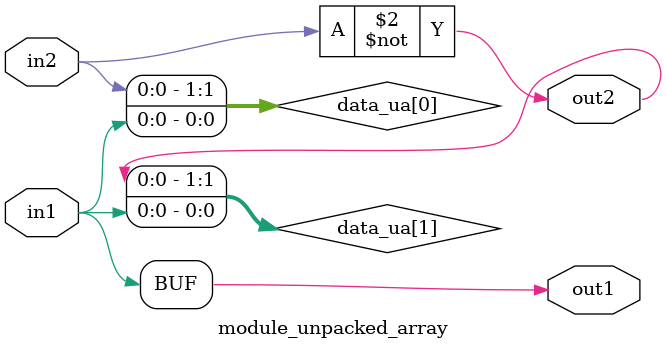
<source format=sv>
module module_unpacked_array (
    input logic in1,
    input logic in2,
    output logic out1,
    output logic out2
);
    logic [1:0] data_ua[0:1] ;
    always_comb begin
        data_ua[0][0] = in1;
        data_ua[0][1] = in2;
        data_ua[1][0] = data_ua[0][0];
        data_ua[1][1] = ~data_ua[0][1];
    end
    assign out1 = data_ua[1][0];
    assign out2 = data_ua[1][1];
endmodule


</source>
